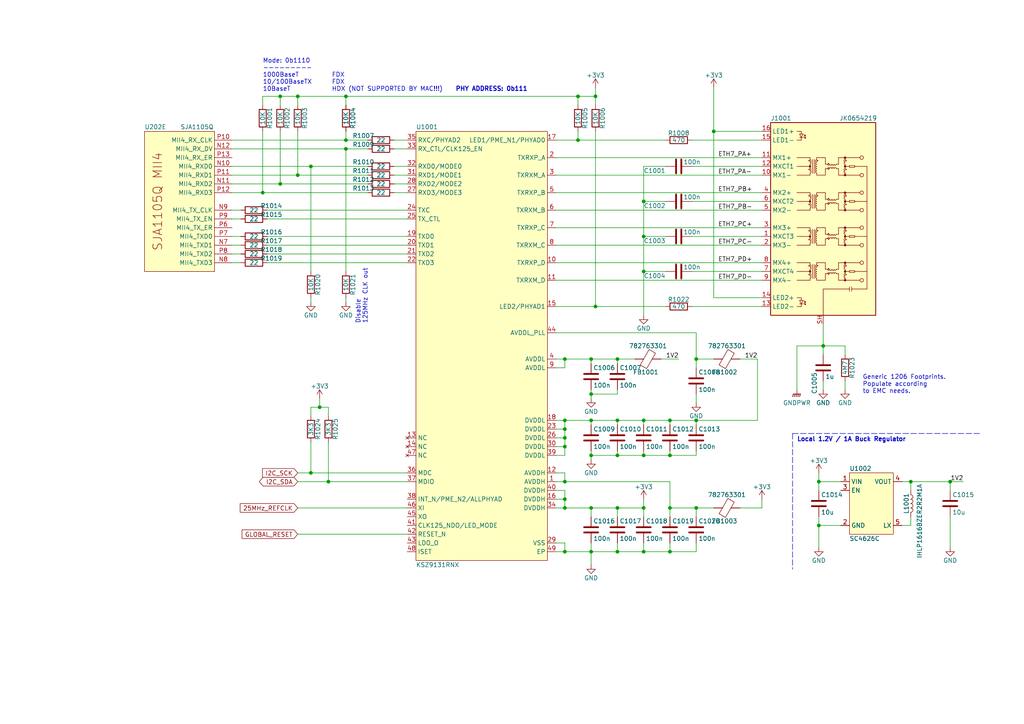
<source format=kicad_sch>
(kicad_sch (version 20211123) (generator eeschema)
  (paper "A4")
  (title_block (title "Open Hardware 10Base-T1L Switch") (date "2023-04-07") (rev "REV A") (company "Peter Heinrich") (comment 1 "Open Hardware License CERN-OHL-P v2") (comment 2 "https://github.com/peterheinrich/Open_10Base-T1L_Switch"))
  (lib_symbols
    (symbol "Connector:JK0654219"
      (property "Reference" "J" (at -15.24 29.21 0))
      (property "Value" "JK0654219" (at 10.16 29.21 0))
      (symbol "JK0654219_1_1"
        (pin passive line (at -17.78 -5.08 0) (length 2.54) (name "MXCT3") (number "1"))
        (pin passive line (at -17.78 12.7 0) (length 2.54) (name "MX1-") (number "10"))
        (pin passive line (at -17.78 17.78 0) (length 2.54) (name "MX1+") (number "11"))
        (pin passive line (at -17.78 15.24 0) (length 2.54) (name "MXCT1") (number "12"))
        (pin passive line (at -17.78 -25.4 0) (length 2.54) (name "LED2-") (number "13"))
        (pin passive line (at -17.78 -22.86 0) (length 2.54) (name "LED2+") (number "14"))
        (pin passive line (at -17.78 22.86 0) (length 2.54) (name "LED1-") (number "15"))
        (pin passive line (at -17.78 25.4 0) (length 2.54) (name "LED1+") (number "16"))
        (pin passive line (at -17.78 -7.62 0) (length 2.54) (name "MX3-") (number "2"))
        (pin passive line (at -17.78 -2.54 0) (length 2.54) (name "MX3+") (number "3"))
        (pin passive line (at -17.78 7.62 0) (length 2.54) (name "MX2+") (number "4"))
        (pin passive line (at -17.78 2.54 0) (length 2.54) (name "MX2-") (number "5"))
        (pin passive line (at -17.78 5.08 0) (length 2.54) (name "MXCT2") (number "6"))
        (pin passive line (at -17.78 -15.24 0) (length 2.54) (name "MXCT4") (number "7"))
        (pin passive line (at -17.78 -12.7 0) (length 2.54) (name "MX4+") (number "8"))
        (pin passive line (at -17.78 -17.78 0) (length 2.54) (name "MX4-") (number "9"))
        (pin passive line (at 0 -30.48 90) (length 2.54) (name "~") (number "SH"))
      )
    )
    (symbol "Device:C" (pin_numbers hide) (pin_names (offset 0.254))
      (property "Reference" "C" (at 0.635 2.54 0))
      (property "Value" "C" (at 0.635 -2.54 0))
      (symbol "C_1_1"
        (pin passive line (at 0 3.81 270) (length 2.794) (name "~") (number "1"))
        (pin passive line (at 0 -3.81 90) (length 2.794) (name "~") (number "2"))
      )
    )
    (symbol "Device:FerriteBead" (pin_numbers hide) (pin_names (offset 0))
      (property "Reference" "FB" (at -3.81 0.635 90))
      (property "Value" "FerriteBead" (at 3.81 0 90))
      (symbol "FerriteBead_1_1"
        (pin passive line (at 0 3.81 270) (length 2.54) (name "~") (number "1"))
        (pin passive line (at 0 -3.81 90) (length 2.54) (name "~") (number "2"))
      )
    )
    (symbol "Device:L" (pin_numbers hide) (pin_names (offset 1.016) hide)
      (property "Reference" "L" (at -1.27 0 90))
      (property "Value" "L" (at 1.905 0 90))
      (symbol "L_1_1"
        (pin passive line (at 0 3.81 270) (length 1.27) (name "1") (number "1"))
        (pin passive line (at 0 -3.81 90) (length 1.27) (name "2") (number "2"))
      )
    )
    (symbol "Device:R" (pin_numbers hide) (pin_names (offset 0))
      (property "Reference" "R" (at 2.032 0 90))
      (property "Value" "R" (at 0 0 90))
      (symbol "R_1_1"
        (pin passive line (at 0 3.81 270) (length 1.27) (name "~") (number "1"))
        (pin passive line (at 0 -3.81 90) (length 1.27) (name "~") (number "2"))
      )
    )
    (symbol "KSZ9131RNX:KSZ9131RNX"
      (property "Reference" "U" (at 0 1.27 0))
      (property "Value" "KSZ9131RNX" (at 0 -125.73 0))
      (symbol "KSZ9131RNX_1_1"
        (pin power_in line (at 40.64 -101.6 180) (length 2.54) (name "AVDDH") (number "1"))
        (pin bidirectional line (at 40.64 -38.1 180) (length 2.54) (name "TXRXP_D") (number "10"))
        (pin bidirectional line (at 40.64 -43.18 180) (length 2.54) (name "TXRXM_D") (number "11"))
        (pin power_in line (at 40.64 -99.06 180) (length 2.54) (name "AVDDH") (number "12"))
        (pin no_connect line (at -2.54 -88.9 0) (length 2.54) (name "NC") (number "13"))
        (pin no_connect line (at -2.54 -91.44 0) (length 2.54) (name "NC") (number "14"))
        (pin output line (at 40.64 -50.8 180) (length 2.54) (name "LED2/PHYAD1") (number "15"))
        (pin power_in line (at 40.64 -106.68 180) (length 2.54) (name "DVDDH") (number "16"))
        (pin output line (at 40.64 -2.54 180) (length 2.54) (name "LED1/PME_N1/PHYAD0") (number "17"))
        (pin power_in line (at 40.64 -83.82 180) (length 2.54) (name "DVDDL") (number "18"))
        (pin input line (at -2.54 -30.48 0) (length 2.54) (name "TXD0") (number "19"))
        (pin bidirectional line (at 40.64 -7.62 180) (length 2.54) (name "TXRXP_A") (number "2"))
        (pin input line (at -2.54 -33.02 0) (length 2.54) (name "TXD1") (number "20"))
        (pin input line (at -2.54 -35.56 0) (length 2.54) (name "TXD2") (number "21"))
        (pin input line (at -2.54 -38.1 0) (length 2.54) (name "TXD3") (number "22"))
        (pin power_in line (at 40.64 -86.36 180) (length 2.54) (name "DVDDL") (number "23"))
        (pin input line (at -2.54 -22.86 0) (length 2.54) (name "TXC") (number "24"))
        (pin input line (at -2.54 -25.4 0) (length 2.54) (name "TX_CTL") (number "25"))
        (pin power_in line (at 40.64 -88.9 180) (length 2.54) (name "DVDDL") (number "26"))
        (pin output line (at -2.54 -17.78 0) (length 2.54) (name "RXD3/MODE3") (number "27"))
        (pin output line (at -2.54 -15.24 0) (length 2.54) (name "RXD2/MODE2") (number "28"))
        (pin power_in line (at 40.64 -119.38 180) (length 2.54) (name "VSS") (number "29"))
        (pin bidirectional line (at 40.64 -12.7 180) (length 2.54) (name "TXRXM_A") (number "3"))
        (pin power_in line (at 40.64 -91.44 180) (length 2.54) (name "DVDDL") (number "30"))
        (pin output line (at -2.54 -12.7 0) (length 2.54) (name "RXD1/MODE1") (number "31"))
        (pin output line (at -2.54 -10.16 0) (length 2.54) (name "RXD0/MODE0") (number "32"))
        (pin output line (at -2.54 -5.08 0) (length 2.54) (name "RX_CTL/CLK125_EN") (number "33"))
        (pin power_in line (at 40.64 -109.22 180) (length 2.54) (name "DVDDH") (number "34"))
        (pin output line (at -2.54 -2.54 0) (length 2.54) (name "RXC/PHYAD2") (number "35"))
        (pin input line (at -2.54 -99.06 0) (length 2.54) (name "MDC") (number "36"))
        (pin bidirectional line (at -2.54 -101.6 0) (length 2.54) (name "MDIO") (number "37"))
        (pin output line (at -2.54 -106.68 0) (length 2.54) (name "INT_N/PME_N2/ALLPHYAD") (number "38"))
        (pin power_in line (at 40.64 -93.98 180) (length 2.54) (name "DVDDL") (number "39"))
        (pin power_in line (at 40.64 -66.04 180) (length 2.54) (name "AVDDL") (number "4"))
        (pin power_in line (at 40.64 -104.14 180) (length 2.54) (name "DVDDH") (number "40"))
        (pin output line (at -2.54 -114.3 0) (length 2.54) (name "CLK125_NDO/LED_MODE") (number "41"))
        (pin input line (at -2.54 -116.84 0) (length 2.54) (name "RESET_N") (number "42"))
        (pin output line (at -2.54 -119.38 0) (length 2.54) (name "LDO_O") (number "43"))
        (pin power_in line (at 40.64 -58.42 180) (length 2.54) (name "AVDDL_PLL") (number "44"))
        (pin output line (at -2.54 -111.76 0) (length 2.54) (name "XO") (number "45"))
        (pin input line (at -2.54 -109.22 0) (length 2.54) (name "XI") (number "46"))
        (pin no_connect line (at -2.54 -93.98 0) (length 2.54) (name "NC") (number "47"))
        (pin input line (at -2.54 -121.92 0) (length 2.54) (name "ISET") (number "48"))
        (pin power_in line (at 40.64 -121.92 180) (length 2.54) (name "EP") (number "49"))
        (pin bidirectional line (at 40.64 -17.78 180) (length 2.54) (name "TXRXP_B") (number "5"))
        (pin bidirectional line (at 40.64 -22.86 180) (length 2.54) (name "TXRXM_B") (number "6"))
        (pin bidirectional line (at 40.64 -27.94 180) (length 2.54) (name "TXRXP_C") (number "7"))
        (pin bidirectional line (at 40.64 -33.02 180) (length 2.54) (name "TXRXM_C") (number "8"))
        (pin power_in line (at 40.64 -68.58 180) (length 2.54) (name "AVDDL") (number "9"))
      )
    )
    (symbol "SC4626C:SC4626C"
      (property "Reference" "U" (at 0 1.27 0))
      (property "Value" "SC4626C" (at 0 -19.05 0))
      (symbol "SC4626C_1_1"
        (pin power_in line (at -2.54 -2.54 0) (length 2.54) (name "VIN") (number "1"))
        (pin power_in line (at -2.54 -15.24 0) (length 2.54) (name "GND") (number "2"))
        (pin input line (at -2.54 -5.08 0) (length 2.54) (name "EN") (number "3"))
        (pin output line (at 15.24 -2.54 180) (length 2.54) (name "VOUT") (number "4"))
        (pin output line (at 15.24 -15.24 180) (length 2.54) (name "LX") (number "5"))
      )
    )
    (symbol "SJA1105Q:SJA1105Q"
      (property "Reference" "U" (at 0 1.27 0))
      (property "Value" "SJA1105Q" (at 15.24 1.27 0))
      (symbol "SJA1105Q_1_1"
        (text "SJA1105Q MII0" (at 3.81 -20.32 900) (effects (font (size 2.54 2.54))))
        (pin output line (at 25.4 -30.48 180) (length 5.08) (name "MII0_TXD0") (number "A2"))
        (pin output line (at 25.4 -27.94 180) (length 5.08) (name "MII0_TX_ER") (number "A3"))
        (pin output line (at 25.4 -33.02 180) (length 5.08) (name "MII0_TXD1") (number "B1"))
        (pin output line (at 25.4 -38.1 180) (length 5.08) (name "MII0_TXD3") (number "C1"))
        (pin output line (at 25.4 -35.56 180) (length 5.08) (name "MII0_TXD2") (number "C2"))
        (pin bidirectional line (at 25.4 -22.86 180) (length 5.08) (name "MII0_TX_CLK") (number "D1"))
        (pin output line (at 25.4 -25.4 180) (length 5.08) (name "MII0_TX_EN") (number "D2"))
        (pin input line (at 25.4 -10.16 180) (length 5.08) (name "MII0_RXD0") (number "E1"))
        (pin bidirectional line (at 25.4 -2.54 180) (length 5.08) (name "MII0_RX_CLK") (number "E2"))
        (pin input line (at 25.4 -15.24 180) (length 5.08) (name "MII0_RXD2") (number "F1"))
        (pin input line (at 25.4 -12.7 180) (length 5.08) (name "MII0_RXD1") (number "F2"))
        (pin input line (at 25.4 -5.08 180) (length 5.08) (name "MII0_RX_DV") (number "G1"))
        (pin input line (at 25.4 -17.78 180) (length 5.08) (name "MII0_RXD3") (number "G2"))
        (pin input line (at 25.4 -7.62 180) (length 5.08) (name "MII0_RX_ER") (number "H2"))
      )
      (symbol "SJA1105Q_2_1"
        (text "SJA1105Q MII1" (at 3.81 -20.32 900) (effects (font (size 2.54 2.54))))
        (pin output line (at 25.4 -27.94 180) (length 5.08) (name "MII1_TX_ER") (number "A10"))
        (pin input line (at 25.4 -5.08 180) (length 5.08) (name "MII1_RX_DV") (number "A4"))
        (pin input line (at 25.4 -15.24 180) (length 5.08) (name "MII1_RXD2") (number "A5"))
        (pin input line (at 25.4 -10.16 180) (length 5.08) (name "MII1_RXD0") (number "A6"))
        (pin bidirectional line (at 25.4 -22.86 180) (length 5.08) (name "MII1_TX_CLK") (number "A7"))
        (pin output line (at 25.4 -38.1 180) (length 5.08) (name "MII1_TXD3") (number "A8"))
        (pin output line (at 25.4 -33.02 180) (length 5.08) (name "MII1_TXD1") (number "A9"))
        (pin input line (at 25.4 -7.62 180) (length 5.08) (name "MII1_RX_ER") (number "B3"))
        (pin input line (at 25.4 -17.78 180) (length 5.08) (name "MII1_RXD3") (number "B4"))
        (pin input line (at 25.4 -12.7 180) (length 5.08) (name "MII1_RXD1") (number "B5"))
        (pin bidirectional line (at 25.4 -2.54 180) (length 5.08) (name "MII1_RX_CLK") (number "B6"))
        (pin output line (at 25.4 -25.4 180) (length 5.08) (name "MII1_TX_EN") (number "B7"))
        (pin output line (at 25.4 -35.56 180) (length 5.08) (name "MII1_TXD2") (number "B8"))
        (pin output line (at 25.4 -30.48 180) (length 5.08) (name "MII1_TXD0") (number "B9"))
      )
      (symbol "SJA1105Q_3_1"
        (text "SJA1105Q MII2" (at 3.81 -20.32 900) (effects (font (size 2.54 2.54))))
        (pin input line (at 25.4 -5.08 180) (length 5.08) (name "MII2_RX_DV") (number "A11"))
        (pin input line (at 25.4 -15.24 180) (length 5.08) (name "MII2_RXD2") (number "A12"))
        (pin input line (at 25.4 -10.16 180) (length 5.08) (name "MII2_RXD0") (number "A13"))
        (pin input line (at 25.4 -7.62 180) (length 5.08) (name "MII2_RX_ER") (number "B10"))
        (pin input line (at 25.4 -17.78 180) (length 5.08) (name "MII2_RXD3") (number "B11"))
        (pin input line (at 25.4 -12.7 180) (length 5.08) (name "MII2_RXD1") (number "B12"))
        (pin bidirectional line (at 25.4 -2.54 180) (length 5.08) (name "MII2_RX_CLK") (number "B14"))
        (pin output line (at 25.4 -25.4 180) (length 5.08) (name "MII2_TX_EN") (number "C13"))
        (pin bidirectional line (at 25.4 -22.86 180) (length 5.08) (name "MII2_TX_CLK") (number "C14"))
        (pin output line (at 25.4 -35.56 180) (length 5.08) (name "MII2_TXD2") (number "D13"))
        (pin output line (at 25.4 -38.1 180) (length 5.08) (name "MII2_TXD3") (number "D14"))
        (pin output line (at 25.4 -30.48 180) (length 5.08) (name "MII2_TXD0") (number "E13"))
        (pin output line (at 25.4 -33.02 180) (length 5.08) (name "MII2_TXD1") (number "E14"))
        (pin output line (at 25.4 -27.94 180) (length 5.08) (name "MII2_TX_ER") (number "F14"))
      )
      (symbol "SJA1105Q_4_1"
        (text "SJA1105Q MII3" (at 3.81 -20.32 900) (effects (font (size 2.54 2.54))))
        (pin input line (at 25.4 -7.62 180) (length 5.08) (name "MII3_RX_ER") (number "F13"))
        (pin input line (at 25.4 -17.78 180) (length 5.08) (name "MII3_RXD3") (number "G13"))
        (pin input line (at 25.4 -5.08 180) (length 5.08) (name "MII3_RX_DV") (number "G14"))
        (pin input line (at 25.4 -12.7 180) (length 5.08) (name "MII3_RXD1") (number "H13"))
        (pin input line (at 25.4 -15.24 180) (length 5.08) (name "MII3_RXD2") (number "H14"))
        (pin bidirectional line (at 25.4 -2.54 180) (length 5.08) (name "MII3_RX_CLK") (number "J13"))
        (pin input line (at 25.4 -10.16 180) (length 5.08) (name "MII3_RXD0") (number "J14"))
        (pin output line (at 25.4 -25.4 180) (length 5.08) (name "MII3_TX_EN") (number "K13"))
        (pin bidirectional line (at 25.4 -22.86 180) (length 5.08) (name "MII3_TX_CLK") (number "K14"))
        (pin output line (at 25.4 -35.56 180) (length 5.08) (name "MII3_TXD2") (number "L13"))
        (pin output line (at 25.4 -38.1 180) (length 5.08) (name "MII3_TXD3") (number "L14"))
        (pin output line (at 25.4 -30.48 180) (length 5.08) (name "MII3_TXD0") (number "M13"))
        (pin output line (at 25.4 -33.02 180) (length 5.08) (name "MII3_TXD1") (number "M14"))
        (pin output line (at 25.4 -27.94 180) (length 5.08) (name "MII3_TX_ER") (number "N14"))
      )
      (symbol "SJA1105Q_5_1"
        (text "SJA1105Q MII4" (at 3.81 -20.32 900) (effects (font (size 2.54 2.54))))
        (pin input line (at 25.4 -10.16 180) (length 5.08) (name "MII4_RXD0") (number "N10"))
        (pin input line (at 25.4 -15.24 180) (length 5.08) (name "MII4_RXD2") (number "N11"))
        (pin input line (at 25.4 -5.08 180) (length 5.08) (name "MII4_RX_DV") (number "N12"))
        (pin output line (at 25.4 -33.02 180) (length 5.08) (name "MII4_TXD1") (number "N7"))
        (pin output line (at 25.4 -38.1 180) (length 5.08) (name "MII4_TXD3") (number "N8"))
        (pin bidirectional line (at 25.4 -22.86 180) (length 5.08) (name "MII4_TX_CLK") (number "N9"))
        (pin bidirectional line (at 25.4 -2.54 180) (length 5.08) (name "MII4_RX_CLK") (number "P10"))
        (pin input line (at 25.4 -12.7 180) (length 5.08) (name "MII4_RXD1") (number "P11"))
        (pin input line (at 25.4 -17.78 180) (length 5.08) (name "MII4_RXD3") (number "P12"))
        (pin input line (at 25.4 -7.62 180) (length 5.08) (name "MII4_RX_ER") (number "P13"))
        (pin output line (at 25.4 -27.94 180) (length 5.08) (name "MII4_TX_ER") (number "P6"))
        (pin output line (at 25.4 -30.48 180) (length 5.08) (name "MII4_TXD0") (number "P7"))
        (pin output line (at 25.4 -35.56 180) (length 5.08) (name "MII4_TXD2") (number "P8"))
        (pin output line (at 25.4 -25.4 180) (length 5.08) (name "MII4_TX_EN") (number "P9"))
      )
      (symbol "SJA1105Q_6_1"
        (text "SJA1105Q CLK" (at 15.24 -17.78 900) (effects (font (size 2.54 2.54))))
        (pin output line (at -5.08 -2.54 0) (length 5.08) (name "CLK_OUT") (number "H1"))
        (pin input line (at -5.08 -20.32 0) (length 5.08) (name "OSC_IN") (number "K2"))
        (pin output line (at -5.08 -7.62 0) (length 5.08) (name "OSC_OUT") (number "L1"))
        (pin power_in line (at 33.02 -17.78 180) (length 5.08) (name "i.c.") (number "L4"))
        (pin input line (at 33.02 -2.54 180) (length 5.08) (name "TRST_N") (number "M1"))
        (pin input line (at 33.02 -10.16 180) (length 5.08) (name "TDI") (number "M2"))
        (pin input line (at 33.02 -12.7 180) (length 5.08) (name "TCK") (number "N1"))
        (pin output line (at 33.02 -7.62 180) (length 5.08) (name "TDO") (number "N3"))
        (pin bidirectional line (at -5.08 -33.02 0) (length 5.08) (name "PTP_CLK") (number "N4"))
        (pin input line (at 33.02 -25.4 180) (length 5.08) (name "SDI") (number "N5"))
        (pin input line (at 33.02 -30.48 180) (length 5.08) (name "SS_N") (number "N6"))
        (pin input line (at 33.02 -5.08 180) (length 5.08) (name "TMS") (number "P2"))
        (pin input line (at 33.02 -33.02 180) (length 5.08) (name "RST_N") (number "P3"))
        (pin output line (at 33.02 -27.94 180) (length 5.08) (name "SDO") (number "P4"))
        (pin input line (at 33.02 -22.86 180) (length 5.08) (name "SCK") (number "P5"))
      )
      (symbol "SJA1105Q_7_1"
        (text "SJA1105Q Power" (at 12.7 -48.26 900) (effects (font (size 2.54 2.54))))
        (pin power_in line (at -5.08 -2.54 0) (length 5.08) (name "VSS") (number "A1"))
        (pin power_in line (at 33.02 -88.9 180) (length 5.08) (name "VSS") (number "A14"))
        (pin power_in line (at 33.02 -83.82 180) (length 5.08) (name "VSS") (number "B13"))
        (pin power_in line (at 33.02 -48.26 180) (length 5.08) (name "VDDIO_MII2") (number "D10"))
        (pin power_in line (at 33.02 -50.8 180) (length 5.08) (name "VDDIO_MII2") (number "D11"))
        (pin power_in line (at 33.02 -33.02 180) (length 5.08) (name "VDDIO_MII0") (number "D4"))
        (pin power_in line (at 33.02 -40.64 180) (length 5.08) (name "VDDIO_MII1") (number "D5"))
        (pin power_in line (at 33.02 -7.62 180) (length 5.08) (name "VDD_CORE") (number "D6"))
        (pin power_in line (at 33.02 -43.18 180) (length 5.08) (name "VDDIO_MII1") (number "D7"))
        (pin power_in line (at 33.02 -45.72 180) (length 5.08) (name "VDDIO_MII1") (number "D8"))
        (pin power_in line (at 33.02 -12.7 180) (length 5.08) (name "VDD_CORE") (number "D9"))
        (pin power_in line (at -5.08 -91.44 0) (length 5.08) (name "VSS") (number "E10"))
        (pin power_in line (at 33.02 -53.34 180) (length 5.08) (name "VDDIO_MII2") (number "E11"))
        (pin power_in line (at 33.02 -35.56 180) (length 5.08) (name "VDDIO_MII0") (number "E4"))
        (pin power_in line (at -5.08 -12.7 0) (length 5.08) (name "VSS") (number "E5"))
        (pin power_in line (at -5.08 -27.94 0) (length 5.08) (name "VSS") (number "E6"))
        (pin power_in line (at -5.08 -43.18 0) (length 5.08) (name "VSS") (number "E7"))
        (pin power_in line (at -5.08 -60.96 0) (length 5.08) (name "VSS") (number "E8"))
        (pin power_in line (at -5.08 -76.2 0) (length 5.08) (name "VSS") (number "E9"))
        (pin power_in line (at -5.08 -93.98 0) (length 5.08) (name "VSS") (number "F10"))
        (pin power_in line (at 33.02 -17.78 180) (length 5.08) (name "VDD_CORE") (number "F11"))
        (pin power_in line (at 33.02 -2.54 180) (length 5.08) (name "VDD_CORE") (number "F4"))
        (pin power_in line (at -5.08 -15.24 0) (length 5.08) (name "VSS") (number "F5"))
        (pin power_in line (at -5.08 -30.48 0) (length 5.08) (name "VSS") (number "F6"))
        (pin power_in line (at -5.08 -45.72 0) (length 5.08) (name "VSS") (number "F7"))
        (pin power_in line (at -5.08 -63.5 0) (length 5.08) (name "VSS") (number "F8"))
        (pin power_in line (at -5.08 -78.74 0) (length 5.08) (name "VSS") (number "F9"))
        (pin power_in line (at -5.08 -96.52 0) (length 5.08) (name "VSS") (number "G10"))
        (pin power_in line (at 33.02 -55.88 180) (length 5.08) (name "VDDIO_MII3") (number "G11"))
        (pin power_in line (at 33.02 -38.1 180) (length 5.08) (name "VDDIO_MII0") (number "G4"))
        (pin power_in line (at -5.08 -17.78 0) (length 5.08) (name "VSS") (number "G5"))
        (pin power_in line (at -5.08 -33.02 0) (length 5.08) (name "VSS") (number "G6"))
        (pin power_in line (at -5.08 -48.26 0) (length 5.08) (name "VSS") (number "G7"))
        (pin power_in line (at -5.08 -66.04 0) (length 5.08) (name "VSS") (number "G8"))
        (pin power_in line (at -5.08 -81.28 0) (length 5.08) (name "VSS") (number "G9"))
        (pin power_in line (at 33.02 -76.2 180) (length 5.08) (name "VSS") (number "H10"))
        (pin power_in line (at 33.02 -58.42 180) (length 5.08) (name "VDDIO_MII3") (number "H11"))
        (pin power_in line (at 33.02 -27.94 180) (length 5.08) (name "VDDIO_CLO") (number "H4"))
        (pin power_in line (at -5.08 -20.32 0) (length 5.08) (name "VSS") (number "H5"))
        (pin power_in line (at -5.08 -35.56 0) (length 5.08) (name "VSS") (number "H6"))
        (pin power_in line (at -5.08 -50.8 0) (length 5.08) (name "VSS") (number "H7"))
        (pin power_in line (at -5.08 -68.58 0) (length 5.08) (name "VSS") (number "H8"))
        (pin power_in line (at -5.08 -83.82 0) (length 5.08) (name "VSS") (number "H9"))
        (pin power_in line (at 33.02 -25.4 180) (length 5.08) (name "VDDA_PLL") (number "J1"))
        (pin power_in line (at 33.02 -78.74 180) (length 5.08) (name "VSS") (number "J10"))
        (pin power_in line (at 33.02 -20.32 180) (length 5.08) (name "VDD_CORE") (number "J11"))
        (pin power_in line (at 33.02 -96.52 180) (length 5.08) (name "VSSA_PLL") (number "J2"))
        (pin power_in line (at 33.02 -5.08 180) (length 5.08) (name "VDD_CORE") (number "J4"))
        (pin power_in line (at -5.08 -22.86 0) (length 5.08) (name "VSS") (number "J5"))
        (pin power_in line (at -5.08 -38.1 0) (length 5.08) (name "VSS") (number "J6"))
        (pin power_in line (at -5.08 -53.34 0) (length 5.08) (name "VSS") (number "J7"))
        (pin power_in line (at -5.08 -71.12 0) (length 5.08) (name "VSS") (number "J8"))
        (pin power_in line (at -5.08 -86.36 0) (length 5.08) (name "VSS") (number "J9"))
        (pin power_in line (at 33.02 -22.86 180) (length 5.08) (name "VDDA_OSC") (number "K1"))
        (pin power_in line (at 33.02 -81.28 180) (length 5.08) (name "VSS") (number "K10"))
        (pin power_in line (at 33.02 -60.96 180) (length 5.08) (name "VDDIO_MII3") (number "K11"))
        (pin power_in line (at -5.08 -10.16 0) (length 5.08) (name "VSS") (number "K4"))
        (pin power_in line (at -5.08 -25.4 0) (length 5.08) (name "VSS") (number "K5"))
        (pin power_in line (at -5.08 -40.64 0) (length 5.08) (name "VSS") (number "K6"))
        (pin power_in line (at -5.08 -55.88 0) (length 5.08) (name "VSS") (number "K7"))
        (pin power_in line (at -5.08 -73.66 0) (length 5.08) (name "VSS") (number "K8"))
        (pin power_in line (at -5.08 -88.9 0) (length 5.08) (name "VSS") (number "K9"))
        (pin power_in line (at 33.02 -66.04 180) (length 5.08) (name "VDDIO_MII4") (number "L10"))
        (pin power_in line (at 33.02 -68.58 180) (length 5.08) (name "VDDIO_MII4") (number "L11"))
        (pin power_in line (at 33.02 -93.98 180) (length 5.08) (name "VSSA_OSC") (number "L2"))
        (pin power_in line (at 33.02 -30.48 180) (length 5.08) (name "VDDIO_HOST") (number "L5"))
        (pin power_in line (at 33.02 -10.16 180) (length 5.08) (name "VDD_CORE") (number "L6"))
        (pin power_in line (at -5.08 -58.42 0) (length 5.08) (name "VSS") (number "L7"))
        (pin power_in line (at 33.02 -63.5 180) (length 5.08) (name "VDDIO_MII4") (number "L8"))
        (pin power_in line (at 33.02 -15.24 180) (length 5.08) (name "VDD_CORE") (number "L9"))
        (pin power_in line (at 33.02 -86.36 180) (length 5.08) (name "VSS") (number "N13"))
        (pin power_in line (at -5.08 -7.62 0) (length 5.08) (name "VSS") (number "N2"))
        (pin power_in line (at -5.08 -5.08 0) (length 5.08) (name "VSS") (number "P1"))
        (pin power_in line (at 33.02 -91.44 180) (length 5.08) (name "VSS") (number "P14"))
      )
    )
    (symbol "power:+3V3" (power) (pin_names (offset 0))
      (property "Value" "+3V3" (at 0 3.556 0))
      (symbol "+3V3_1_1"
        (pin power_in line (at 0 0 90) (length 0) hide (name "+3V3") (number "1"))
      )
    )
    (symbol "power:GND" (power) (pin_names (offset 0))
      (property "Value" "GND" (at 0 -3.81 0))
      (symbol "GND_1_1"
        (pin power_in line (at 0 0 270) (length 0) hide (name "GND") (number "1"))
      )
    )
    (symbol "power:GNDPWR" (power) (pin_names (offset 0))
      (property "Value" "GNDPWR" (at 0 -3.302 0))
      (symbol "GNDPWR_1_1"
        (pin power_in line (at 0 0 270) (length 0) hide (name "GNDPWR") (number "1"))
      )
    )
  )
  (junction (at 171.45 114.3))
  (junction (at 86.36 27.94))
  (junction (at 186.69 121.92))
  (junction (at 171.45 132.08))
  (junction (at 238.76 100.33))
  (junction (at 171.45 160.02))
  (junction (at 90.17 48.26))
  (junction (at 163.83 139.7))
  (junction (at 179.07 132.08))
  (junction (at 172.72 88.9))
  (junction (at 186.69 58.42))
  (junction (at 194.31 132.08))
  (junction (at 186.69 132.08))
  (junction (at 171.45 104.14))
  (junction (at 194.31 160.02))
  (junction (at 81.28 53.34))
  (junction (at 100.33 43.18))
  (junction (at 163.83 129.54))
  (junction (at 194.31 147.32))
  (junction (at 100.33 40.64))
  (junction (at 186.69 68.58))
  (junction (at 207.01 38.1))
  (junction (at 163.83 127))
  (junction (at 237.49 139.7))
  (junction (at 264.16 139.7))
  (junction (at 171.45 147.32))
  (junction (at 92.71 118.11))
  (junction (at 81.28 27.94))
  (junction (at 275.59 139.7))
  (junction (at 163.83 121.92))
  (junction (at 95.25 139.7))
  (junction (at 90.17 137.16))
  (junction (at 179.07 160.02))
  (junction (at 86.36 50.8))
  (junction (at 194.31 121.92))
  (junction (at 201.93 147.32))
  (junction (at 163.83 104.14))
  (junction (at 76.2 55.88))
  (junction (at 186.69 78.74))
  (junction (at 179.07 147.32))
  (junction (at 172.72 27.94))
  (junction (at 163.83 147.32))
  (junction (at 167.64 27.94))
  (junction (at 201.93 121.92))
  (junction (at 237.49 152.4))
  (junction (at 186.69 160.02))
  (junction (at 179.07 104.14))
  (junction (at 163.83 124.46))
  (junction (at 186.69 147.32))
  (junction (at 167.64 40.64))
  (junction (at 201.93 104.14))
  (junction (at 100.33 27.94))
  (junction (at 171.45 121.92))
  (junction (at 163.83 144.78))
  (junction (at 163.83 160.02))
  (junction (at 179.07 121.92))
  (wire (pts (xy 220.98 86.36) (xy 207.01 86.36)))
  (wire (pts (xy 95.25 139.7) (xy 118.11 139.7)))
  (wire (pts (xy 220.98 71.12) (xy 161.29 71.12)))
  (wire (pts (xy 200.66 58.42) (xy 220.98 58.42)))
  (wire (pts (xy 163.83 144.78) (xy 163.83 147.32)))
  (wire (pts (xy 114.3 50.8) (xy 118.11 50.8)))
  (wire (pts (xy 171.45 160.02) (xy 171.45 157.48)))
  (wire (pts (xy 194.31 139.7) (xy 194.31 147.32)))
  (wire (pts (xy 194.31 160.02) (xy 194.31 157.48)))
  (wire (pts (xy 114.3 40.64) (xy 118.11 40.64)))
  (wire (pts (xy 245.11 100.33) (xy 238.76 100.33)))
  (wire (pts (xy 69.85 73.66) (xy 67.31 73.66)))
  (wire (pts (xy 186.69 132.08) (xy 194.31 132.08)))
  (wire (pts (xy 90.17 137.16) (xy 118.11 137.16)))
  (wire (pts (xy 171.45 105.41) (xy 171.45 104.14)))
  (wire (pts (xy 207.01 25.4) (xy 207.01 38.1)))
  (wire (pts (xy 200.66 48.26) (xy 220.98 48.26)))
  (wire (pts (xy 163.83 142.24) (xy 163.83 144.78)))
  (wire (pts (xy 163.83 129.54) (xy 163.83 132.08)))
  (wire (pts (xy 237.49 137.16) (xy 237.49 139.7)))
  (wire (pts (xy 95.25 128.27) (xy 95.25 139.7)))
  (wire (pts (xy 161.29 96.52) (xy 201.93 96.52)))
  (wire (pts (xy 100.33 27.94) (xy 167.64 27.94)))
  (wire (pts (xy 167.64 38.1) (xy 167.64 40.64)))
  (wire (pts (xy 77.47 76.2) (xy 118.11 76.2)))
  (wire (pts (xy 238.76 93.98) (xy 238.76 100.33)))
  (wire (pts (xy 186.69 121.92) (xy 194.31 121.92)))
  (wire (pts (xy 90.17 48.26) (xy 106.68 48.26)))
  (wire (pts (xy 201.93 147.32) (xy 201.93 149.86)))
  (wire (pts (xy 171.45 114.3) (xy 179.07 114.3)))
  (wire (pts (xy 179.07 147.32) (xy 179.07 149.86)))
  (wire (pts (xy 264.16 152.4) (xy 264.16 149.86)))
  (wire (pts (xy 167.64 27.94) (xy 172.72 27.94)))
  (wire (pts (xy 161.29 137.16) (xy 163.83 137.16)))
  (wire (pts (xy 76.2 55.88) (xy 106.68 55.88)))
  (wire (pts (xy 200.66 40.64) (xy 220.98 40.64)))
  (wire (pts (xy 194.31 132.08) (xy 201.93 132.08)))
  (wire (pts (xy 220.98 50.8) (xy 161.29 50.8)))
  (wire (pts (xy 193.04 48.26) (xy 186.69 48.26)))
  (wire (pts (xy 114.3 43.18) (xy 118.11 43.18)))
  (wire (pts (xy 167.64 40.64) (xy 193.04 40.64)))
  (wire (pts (xy 161.29 160.02) (xy 163.83 160.02)))
  (wire (pts (xy 171.45 104.14) (xy 179.07 104.14)))
  (wire (pts (xy 163.83 157.48) (xy 163.83 160.02)))
  (wire (pts (xy 237.49 149.86) (xy 237.49 152.4)))
  (wire (pts (xy 90.17 86.36) (xy 90.17 87.63)))
  (wire (pts (xy 179.07 160.02) (xy 186.69 160.02)))
  (wire (pts (xy 171.45 113.03) (xy 171.45 114.3)))
  (wire (pts (xy 81.28 27.94) (xy 86.36 27.94)))
  (wire (pts (xy 163.83 132.08) (xy 161.29 132.08)))
  (wire (pts (xy 114.3 53.34) (xy 118.11 53.34)))
  (wire (pts (xy 245.11 100.33) (xy 245.11 102.87)))
  (wire (pts (xy 179.07 121.92) (xy 179.07 123.19)))
  (wire (pts (xy 201.93 121.92) (xy 219.71 121.92)))
  (wire (pts (xy 201.93 160.02) (xy 201.93 157.48)))
  (wire (pts (xy 167.64 27.94) (xy 167.64 30.48)))
  (wire (pts (xy 231.14 100.33) (xy 238.76 100.33)))
  (wire (pts (xy 92.71 115.57) (xy 92.71 118.11)))
  (wire (pts (xy 161.29 129.54) (xy 163.83 129.54)))
  (wire (pts (xy 171.45 132.08) (xy 179.07 132.08)))
  (wire (pts (xy 163.83 121.92) (xy 163.83 124.46)))
  (wire (pts (xy 220.98 76.2) (xy 161.29 76.2)))
  (wire (pts (xy 90.17 128.27) (xy 90.17 137.16)))
  (wire (pts (xy 186.69 68.58) (xy 193.04 68.58)))
  (wire (pts (xy 238.76 110.49) (xy 238.76 113.03)))
  (wire (pts (xy 100.33 43.18) (xy 100.33 78.74)))
  (wire (pts (xy 264.16 139.7) (xy 261.62 139.7)))
  (wire (pts (xy 161.29 147.32) (xy 163.83 147.32)))
  (wire (pts (xy 163.83 137.16) (xy 163.83 139.7)))
  (wire (pts (xy 69.85 68.58) (xy 67.31 68.58)))
  (wire (pts (xy 163.83 127) (xy 163.83 129.54)))
  (wire (pts (xy 100.33 30.48) (xy 100.33 27.94)))
  (polyline (pts (xy 229.87 125.73) (xy 284.48 125.73)))
  (wire (pts (xy 237.49 152.4) (xy 237.49 158.75)))
  (wire (pts (xy 194.31 147.32) (xy 194.31 149.86)))
  (wire (pts (xy 69.85 60.96) (xy 67.31 60.96)))
  (wire (pts (xy 100.33 40.64) (xy 106.68 40.64)))
  (wire (pts (xy 171.45 132.08) (xy 171.45 133.35)))
  (wire (pts (xy 201.93 114.3) (xy 201.93 116.84)))
  (wire (pts (xy 194.31 160.02) (xy 201.93 160.02)))
  (wire (pts (xy 163.83 121.92) (xy 171.45 121.92)))
  (wire (pts (xy 86.36 147.32) (xy 118.11 147.32)))
  (wire (pts (xy 179.07 113.03) (xy 179.07 114.3)))
  (wire (pts (xy 186.69 160.02) (xy 186.69 157.48)))
  (wire (pts (xy 237.49 142.24) (xy 237.49 139.7)))
  (wire (pts (xy 86.36 137.16) (xy 90.17 137.16)))
  (wire (pts (xy 171.45 114.3) (xy 171.45 115.57)))
  (wire (pts (xy 161.29 104.14) (xy 163.83 104.14)))
  (wire (pts (xy 76.2 38.1) (xy 76.2 55.88)))
  (wire (pts (xy 237.49 152.4) (xy 243.84 152.4)))
  (wire (pts (xy 86.36 50.8) (xy 106.68 50.8)))
  (wire (pts (xy 171.45 147.32) (xy 179.07 147.32)))
  (wire (pts (xy 100.33 86.36) (xy 100.33 87.63)))
  (wire (pts (xy 76.2 27.94) (xy 81.28 27.94)))
  (wire (pts (xy 207.01 86.36) (xy 207.01 38.1)))
  (wire (pts (xy 194.31 121.92) (xy 201.93 121.92)))
  (wire (pts (xy 201.93 121.92) (xy 201.93 123.19)))
  (wire (pts (xy 201.93 104.14) (xy 201.93 96.52)))
  (wire (pts (xy 77.47 68.58) (xy 118.11 68.58)))
  (wire (pts (xy 86.36 139.7) (xy 95.25 139.7)))
  (wire (pts (xy 69.85 63.5) (xy 67.31 63.5)))
  (wire (pts (xy 163.83 139.7) (xy 194.31 139.7)))
  (wire (pts (xy 86.36 38.1) (xy 86.36 50.8)))
  (wire (pts (xy 214.63 147.32) (xy 220.98 147.32)))
  (wire (pts (xy 161.29 144.78) (xy 163.83 144.78)))
  (wire (pts (xy 161.29 139.7) (xy 163.83 139.7)))
  (wire (pts (xy 67.31 40.64) (xy 100.33 40.64)))
  (wire (pts (xy 171.45 160.02) (xy 171.45 163.83)))
  (wire (pts (xy 163.83 160.02) (xy 171.45 160.02)))
  (wire (pts (xy 220.98 66.04) (xy 161.29 66.04)))
  (wire (pts (xy 186.69 132.08) (xy 186.69 130.81)))
  (wire (pts (xy 100.33 38.1) (xy 100.33 40.64)))
  (wire (pts (xy 219.71 121.92) (xy 219.71 104.14)))
  (wire (pts (xy 86.36 154.94) (xy 118.11 154.94)))
  (wire (pts (xy 171.45 121.92) (xy 179.07 121.92)))
  (wire (pts (xy 194.31 121.92) (xy 194.31 123.19)))
  (wire (pts (xy 81.28 53.34) (xy 106.68 53.34)))
  (wire (pts (xy 163.83 124.46) (xy 163.83 127)))
  (wire (pts (xy 200.66 78.74) (xy 220.98 78.74)))
  (wire (pts (xy 220.98 55.88) (xy 161.29 55.88)))
  (wire (pts (xy 201.93 132.08) (xy 201.93 130.81)))
  (wire (pts (xy 201.93 106.68) (xy 201.93 104.14)))
  (wire (pts (xy 264.16 142.24) (xy 264.16 139.7)))
  (wire (pts (xy 77.47 63.5) (xy 118.11 63.5)))
  (wire (pts (xy 171.45 160.02) (xy 179.07 160.02)))
  (wire (pts (xy 172.72 88.9) (xy 193.04 88.9)))
  (wire (pts (xy 238.76 100.33) (xy 238.76 102.87)))
  (wire (pts (xy 172.72 27.94) (xy 172.72 30.48)))
  (wire (pts (xy 186.69 78.74) (xy 193.04 78.74)))
  (wire (pts (xy 220.98 81.28) (xy 161.29 81.28)))
  (wire (pts (xy 161.29 142.24) (xy 163.83 142.24)))
  (wire (pts (xy 186.69 68.58) (xy 186.69 78.74)))
  (wire (pts (xy 186.69 144.78) (xy 186.69 147.32)))
  (wire (pts (xy 179.07 132.08) (xy 179.07 130.81)))
  (wire (pts (xy 67.31 48.26) (xy 90.17 48.26)))
  (wire (pts (xy 114.3 55.88) (xy 118.11 55.88)))
  (wire (pts (xy 69.85 76.2) (xy 67.31 76.2)))
  (wire (pts (xy 186.69 78.74) (xy 186.69 91.44)))
  (wire (pts (xy 179.07 147.32) (xy 186.69 147.32)))
  (wire (pts (xy 231.14 113.03) (xy 231.14 100.33)))
  (wire (pts (xy 161.29 106.68) (xy 163.83 106.68)))
  (wire (pts (xy 186.69 48.26) (xy 186.69 58.42)))
  (wire (pts (xy 114.3 48.26) (xy 118.11 48.26)))
  (wire (pts (xy 186.69 160.02) (xy 194.31 160.02)))
  (wire (pts (xy 186.69 147.32) (xy 186.69 149.86)))
  (wire (pts (xy 67.31 55.88) (xy 76.2 55.88)))
  (wire (pts (xy 161.29 124.46) (xy 163.83 124.46)))
  (wire (pts (xy 179.07 132.08) (xy 186.69 132.08)))
  (wire (pts (xy 161.29 127) (xy 163.83 127)))
  (wire (pts (xy 163.83 104.14) (xy 163.83 106.68)))
  (wire (pts (xy 161.29 121.92) (xy 163.83 121.92)))
  (wire (pts (xy 67.31 50.8) (xy 86.36 50.8)))
  (wire (pts (xy 92.71 118.11) (xy 95.25 118.11)))
  (wire (pts (xy 261.62 152.4) (xy 264.16 152.4)))
  (wire (pts (xy 167.64 40.64) (xy 161.29 40.64)))
  (wire (pts (xy 220.98 60.96) (xy 161.29 60.96)))
  (wire (pts (xy 69.85 71.12) (xy 67.31 71.12)))
  (wire (pts (xy 86.36 27.94) (xy 86.36 30.48)))
  (wire (pts (xy 77.47 71.12) (xy 118.11 71.12)))
  (wire (pts (xy 194.31 147.32) (xy 201.93 147.32)))
  (wire (pts (xy 179.07 104.14) (xy 184.15 104.14)))
  (wire (pts (xy 220.98 144.78) (xy 220.98 147.32)))
  (wire (pts (xy 245.11 110.49) (xy 245.11 113.03)))
  (wire (pts (xy 179.07 160.02) (xy 179.07 157.48)))
  (wire (pts (xy 77.47 60.96) (xy 118.11 60.96)))
  (wire (pts (xy 77.47 73.66) (xy 118.11 73.66)))
  (wire (pts (xy 275.59 149.86) (xy 275.59 158.75)))
  (wire (pts (xy 90.17 48.26) (xy 90.17 78.74)))
  (wire (pts (xy 264.16 139.7) (xy 275.59 139.7)))
  (wire (pts (xy 171.45 130.81) (xy 171.45 132.08)))
  (wire (pts (xy 179.07 105.41) (xy 179.07 104.14)))
  (wire (pts (xy 81.28 38.1) (xy 81.28 53.34)))
  (wire (pts (xy 207.01 38.1) (xy 220.98 38.1)))
  (wire (pts (xy 214.63 104.14) (xy 219.71 104.14)))
  (wire (pts (xy 100.33 43.18) (xy 106.68 43.18)))
  (wire (pts (xy 171.45 121.92) (xy 171.45 123.19)))
  (wire (pts (xy 81.28 27.94) (xy 81.28 30.48)))
  (wire (pts (xy 171.45 147.32) (xy 171.45 149.86)))
  (wire (pts (xy 172.72 38.1) (xy 172.72 88.9)))
  (polyline (pts (xy 229.87 125.73) (xy 229.87 165.1)))
  (wire (pts (xy 95.25 118.11) (xy 95.25 120.65)))
  (wire (pts (xy 163.83 104.14) (xy 171.45 104.14)))
  (wire (pts (xy 172.72 88.9) (xy 161.29 88.9)))
  (wire (pts (xy 186.69 121.92) (xy 186.69 123.19)))
  (wire (pts (xy 200.66 68.58) (xy 220.98 68.58)))
  (wire (pts (xy 90.17 118.11) (xy 92.71 118.11)))
  (wire (pts (xy 172.72 25.4) (xy 172.72 27.94)))
  (wire (pts (xy 186.69 58.42) (xy 186.69 68.58)))
  (wire (pts (xy 67.31 53.34) (xy 81.28 53.34)))
  (wire (pts (xy 200.66 88.9) (xy 220.98 88.9)))
  (wire (pts (xy 179.07 121.92) (xy 186.69 121.92)))
  (wire (pts (xy 201.93 147.32) (xy 207.01 147.32)))
  (wire (pts (xy 86.36 27.94) (xy 100.33 27.94)))
  (wire (pts (xy 275.59 139.7) (xy 275.59 142.24)))
  (wire (pts (xy 161.29 157.48) (xy 163.83 157.48)))
  (wire (pts (xy 163.83 147.32) (xy 171.45 147.32)))
  (wire (pts (xy 194.31 132.08) (xy 194.31 130.81)))
  (wire (pts (xy 186.69 58.42) (xy 193.04 58.42)))
  (wire (pts (xy 201.93 104.14) (xy 207.01 104.14)))
  (wire (pts (xy 237.49 139.7) (xy 243.84 139.7)))
  (wire (pts (xy 90.17 120.65) (xy 90.17 118.11)))
  (wire (pts (xy 76.2 30.48) (xy 76.2 27.94)))
  (wire (pts (xy 220.98 45.72) (xy 161.29 45.72)))
  (wire (pts (xy 191.77 104.14) (xy 196.85 104.14)))
  (wire (pts (xy 67.31 43.18) (xy 100.33 43.18)))
  (wire (pts (xy 275.59 139.7) (xy 279.4 139.7)))
  (text "Mode: 0b1110\n---------\n1000BaseT 		FDX\n10/100BaseTX	FDX\n10BaseT 		HDX (NOT SUPPORTED BY MAC!!!)" (at 76.2 26.67 0) (effects (font (size 1.27 1.27)) (justify left bottom)))
  (text "PHY ADDRESS: 0b111" (at 132.08 26.67 0) (effects (font (size 1.27 1.27) bold) (justify left bottom)))
  (text "Generic 1206 Footprints.\nPopulate according \nto EMC needs." (at 250.19 114.3 0) (effects (font (size 1.27 1.27)) (justify left bottom)))
  (text "Disable\n125MHz CLK out" (at 106.68 93.98 90) (effects (font (size 1.27 1.27)) (justify left bottom)))
  (text "Local 1.2V / 1A Buck Regulator" (at 231.14 128.27 0) (effects (font (size 1.27 1.27) (thickness 0.254) bold) (justify left bottom)))
  (label "1V2" (at 196.85 104.14 180))
  (label "1V2" (at 219.71 104.14 180))
  (label "ETH7_PB-" (at 208.28 60.96 0))
  (label "ETH7_PB+" (at 208.28 55.88 0))
  (label "ETH7_PC+" (at 208.28 66.04 0))
  (label "ETH7_PA+" (at 208.28 45.72 0))
  (label "ETH7_PD-" (at 208.28 81.28 0))
  (label "1V2" (at 279.4 139.7 180))
  (label "ETH7_PC-" (at 208.28 71.12 0))
  (label "ETH7_PD+" (at 208.28 76.2 0))
  (label "ETH7_PA-" (at 208.28 50.8 0))
  (global_label "I2C_SDA" (shape bidirectional) (at 86.36 139.7 180) (property "Intersheet References" "${INTERSHEET_REFS}" (effects hide)))
  (global_label "GLOBAL_RESET" (shape input) (at 86.36 154.94 180) (property "Intersheet References" "${INTERSHEET_REFS}" (effects hide)))
  (global_label "I2C_SCK" (shape input) (at 86.36 137.16 180) (property "Intersheet References" "${INTERSHEET_REFS}" (effects hide)))
  (global_label "25MHz_REFCLK" (shape input) (at 86.36 147.32 180) (property "Intersheet References" "${INTERSHEET_REFS}" (effects hide)))
  (symbol (lib_id "Device:R") (at 167.64 34.29 0) (unit 1)
    (property "Reference" "R1005" (at 169.672 34.29 90))
    (property "Value" "10K" (at 167.64 34.29 90))
    (property "Footprint" "Resistor_SMD:R_0603_1608Metric" (effects hide))
  )
  (symbol (lib_id "power:+3V3") (at 172.72 25.4 0) (unit 1)
    (property "Reference" "#PWR01001" (effects hide))
    (property "Value" "+3V3" (at 172.72 21.844 0))
  )
  (symbol (lib_id "power:GND") (at 245.11 113.03 0) (unit 1)
    (property "Reference" "#PWR01008" (effects hide))
    (property "Value" "GND" (at 245.11 116.84 0))
  )
  (symbol (lib_id "Device:FerriteBead") (at 210.82 104.14 90) (unit 1)
    (property "Reference" "FB1002" (at 210.185 107.95 90))
    (property "Value" "782763301" (at 210.82 100.33 90))
    (property "Footprint" "Inductor_SMD:L_1206_3216Metric" (effects hide))
  )
  (symbol (lib_id "power:+3V3") (at 207.01 25.4 0) (unit 1)
    (property "Reference" "#PWR01002" (effects hide))
    (property "Value" "+3V3" (at 207.01 21.844 0))
  )
  (symbol (lib_id "Device:R") (at 86.36 34.29 0) (unit 1)
    (property "Reference" "R1003" (at 88.392 34.29 90))
    (property "Value" "10K" (at 86.36 34.29 90))
    (property "Footprint" "Resistor_SMD:R_0603_1608Metric" (effects hide))
  )
  (symbol (lib_id "power:GND") (at 275.59 158.75 0) (unit 1)
    (property "Reference" "#PWR01017" (effects hide))
    (property "Value" "GND" (at 275.59 162.56 0))
  )
  (symbol (lib_id "Device:R") (at 245.11 106.68 0) (unit 1)
    (property "Reference" "R1023" (at 247.142 106.68 90))
    (property "Value" "4M7" (at 245.11 106.68 90))
    (property "Footprint" "Resistor_SMD:R_1206_3216Metric" (effects hide))
  )
  (symbol (lib_id "Device:C") (at 194.31 153.67 0) (unit 1)
    (property "Reference" "C1019" (at 194.945 151.13 0) (effects (justify left)))
    (property "Value" "100n" (at 194.945 156.21 0) (effects (justify left)))
    (property "Footprint" "Capacitor_SMD:C_0603_1608Metric" (effects hide))
  )
  (symbol (lib_id "power:GND") (at 100.33 87.63 0) (unit 1)
    (property "Reference" "#PWR01004" (effects hide))
    (property "Value" "GND" (at 100.33 91.44 0))
  )
  (symbol (lib_id "Device:R") (at 100.33 82.55 0) (unit 1)
    (property "Reference" "R1021" (at 102.362 82.55 90))
    (property "Value" "10K" (at 100.33 82.55 90))
    (property "Footprint" "Resistor_SMD:R_0603_1608Metric" (effects hide))
  )
  (symbol (lib_id "Device:C") (at 196.85 78.74 90) (unit 1)
    (property "Reference" "C1004" (at 193.04 80.01 90) (effects (justify left)))
    (property "Value" "100n" (at 203.2 77.47 90) (effects (justify left)))
    (property "Footprint" "Capacitor_SMD:C_0603_1608Metric" (effects hide))
  )
  (symbol (lib_id "Device:R") (at 110.49 50.8 90) (unit 1)
    (property "Reference" "R1011" (at 105.41 49.53 90))
    (property "Value" "22" (at 110.49 50.8 90))
    (property "Footprint" "Resistor_SMD:R_0603_1608Metric" (effects hide))
  )
  (symbol (lib_id "Device:C") (at 196.85 68.58 90) (unit 1)
    (property "Reference" "C1003" (at 193.04 69.85 90) (effects (justify left)))
    (property "Value" "100n" (at 203.2 67.31 90) (effects (justify left)))
    (property "Footprint" "Capacitor_SMD:C_0603_1608Metric" (effects hide))
  )
  (symbol (lib_id "Device:C") (at 179.07 109.22 0) (unit 1)
    (property "Reference" "C1007" (at 179.705 106.68 0) (effects (justify left)))
    (property "Value" "100n" (at 179.705 111.76 0) (effects (justify left)))
    (property "Footprint" "Capacitor_SMD:C_0603_1608Metric" (effects hide))
  )
  (symbol (lib_id "Device:C") (at 171.45 109.22 0) (unit 1)
    (property "Reference" "C1006" (at 172.085 106.68 0) (effects (justify left)))
    (property "Value" "100n" (at 172.085 111.76 0) (effects (justify left)))
    (property "Footprint" "Capacitor_SMD:C_0603_1608Metric" (effects hide))
  )
  (symbol (lib_id "Device:C") (at 237.49 146.05 0) (unit 1)
    (property "Reference" "C1014" (at 238.125 143.51 0) (effects (justify left)))
    (property "Value" "10u" (at 238.125 148.59 0) (effects (justify left)))
    (property "Footprint" "Capacitor_SMD:C_0805_2012Metric" (effects hide))
  )
  (symbol (lib_id "Device:R") (at 110.49 53.34 90) (unit 1)
    (property "Reference" "R1012" (at 105.41 52.07 90))
    (property "Value" "22" (at 110.49 53.34 90))
    (property "Footprint" "Resistor_SMD:R_0603_1608Metric" (effects hide))
  )
  (symbol (lib_id "Device:R") (at 100.33 34.29 0) (unit 1)
    (property "Reference" "R1004" (at 102.362 34.29 90))
    (property "Value" "10K" (at 100.33 34.29 90))
    (property "Footprint" "Resistor_SMD:R_0603_1608Metric" (effects hide))
  )
  (symbol (lib_id "power:GNDPWR") (at 231.14 113.03 0) (unit 1)
    (property "Reference" "#PWR01006" (effects hide))
    (property "Value" "GNDPWR" (at 231.14 116.84 0))
  )
  (symbol (lib_id "power:GND") (at 237.49 158.75 0) (unit 1)
    (property "Reference" "#PWR01016" (effects hide))
    (property "Value" "GND" (at 237.49 162.56 0))
  )
  (symbol (lib_id "SC4626C:SC4626C") (at 246.38 137.16 0) (unit 1)
    (property "Reference" "U1002" (at 246.38 135.89 0) (effects (justify left)))
    (property "Value" "SC4626C" (at 246.38 156.21 0) (effects (justify left)))
    (property "Footprint" "Package_TO_SOT_SMD:SOT-23-5" (effects hide))
  )
  (symbol (lib_id "Device:R") (at 196.85 40.64 90) (unit 1)
    (property "Reference" "R1008" (at 196.85 38.608 90))
    (property "Value" "470" (at 196.85 40.64 90))
    (property "Footprint" "Resistor_SMD:R_0603_1608Metric" (effects hide))
  )
  (symbol (lib_id "Device:R") (at 76.2 34.29 0) (unit 1)
    (property "Reference" "R1001" (at 78.232 34.29 90))
    (property "Value" "10K" (at 76.2 34.29 90))
    (property "Footprint" "Resistor_SMD:R_0603_1608Metric" (effects hide))
  )
  (symbol (lib_id "Device:C") (at 275.59 146.05 0) (unit 1)
    (property "Reference" "C1015" (at 276.225 143.51 0) (effects (justify left)))
    (property "Value" "10u" (at 276.225 148.59 0) (effects (justify left)))
    (property "Footprint" "Capacitor_SMD:C_0805_2012Metric" (effects hide))
  )
  (symbol (lib_id "Device:C") (at 238.76 106.68 0) (unit 1)
    (property "Reference" "C1005" (at 236.22 114.3 90) (effects (justify left)))
    (property "Value" "1u" (at 239.395 109.22 0) (effects (justify left)))
    (property "Footprint" "Capacitor_SMD:C_1206_3216Metric" (effects hide))
  )
  (symbol (lib_id "Device:C") (at 194.31 127 0) (unit 1)
    (property "Reference" "C1012" (at 194.945 124.46 0) (effects (justify left)))
    (property "Value" "100n" (at 194.945 129.54 0) (effects (justify left)))
    (property "Footprint" "Capacitor_SMD:C_0603_1608Metric" (effects hide))
  )
  (symbol (lib_id "Device:R") (at 73.66 68.58 90) (unit 1)
    (property "Reference" "R1016" (at 78.74 67.31 90))
    (property "Value" "22" (at 73.66 68.58 90))
    (property "Footprint" "Resistor_SMD:R_0603_1608Metric" (effects hide))
  )
  (symbol (lib_id "Device:R") (at 95.25 124.46 0) (unit 1)
    (property "Reference" "R1025" (at 97.282 124.46 90))
    (property "Value" "3K3" (at 95.25 124.46 90))
    (property "Footprint" "Resistor_SMD:R_0603_1608Metric" (effects hide))
  )
  (symbol (lib_id "Device:C") (at 179.07 127 0) (unit 1)
    (property "Reference" "C1010" (at 179.705 124.46 0) (effects (justify left)))
    (property "Value" "100n" (at 179.705 129.54 0) (effects (justify left)))
    (property "Footprint" "Capacitor_SMD:C_0603_1608Metric" (effects hide))
  )
  (symbol (lib_id "power:+3V3") (at 237.49 137.16 0) (unit 1)
    (property "Reference" "#PWR01013" (effects hide))
    (property "Value" "+3V3" (at 237.49 133.604 0))
  )
  (symbol (lib_id "Device:C") (at 171.45 153.67 0) (unit 1)
    (property "Reference" "C1016" (at 172.085 151.13 0) (effects (justify left)))
    (property "Value" "100n" (at 172.085 156.21 0) (effects (justify left)))
    (property "Footprint" "Capacitor_SMD:C_0603_1608Metric" (effects hide))
  )
  (symbol (lib_id "Device:C") (at 196.85 58.42 90) (unit 1)
    (property "Reference" "C1002" (at 193.04 59.69 90) (effects (justify left)))
    (property "Value" "100n" (at 203.2 57.15 90) (effects (justify left)))
    (property "Footprint" "Capacitor_SMD:C_0603_1608Metric" (effects hide))
  )
  (symbol (lib_id "Device:R") (at 73.66 71.12 90) (unit 1)
    (property "Reference" "R1017" (at 78.74 69.85 90))
    (property "Value" "22" (at 73.66 71.12 90))
    (property "Footprint" "Resistor_SMD:R_0603_1608Metric" (effects hide))
  )
  (symbol (lib_id "power:GND") (at 90.17 87.63 0) (unit 1)
    (property "Reference" "#PWR01003" (effects hide))
    (property "Value" "GND" (at 90.17 91.44 0))
  )
  (symbol (lib_id "Device:C") (at 186.69 127 0) (unit 1)
    (property "Reference" "C1011" (at 187.325 124.46 0) (effects (justify left)))
    (property "Value" "100n" (at 187.325 129.54 0) (effects (justify left)))
    (property "Footprint" "Capacitor_SMD:C_0603_1608Metric" (effects hide))
  )
  (symbol (lib_id "Device:C") (at 179.07 153.67 0) (unit 1)
    (property "Reference" "C1017" (at 179.705 151.13 0) (effects (justify left)))
    (property "Value" "100n" (at 179.705 156.21 0) (effects (justify left)))
    (property "Footprint" "Capacitor_SMD:C_0603_1608Metric" (effects hide))
  )
  (symbol (lib_id "power:GND") (at 201.93 116.84 0) (unit 1)
    (property "Reference" "#PWR01011" (effects hide))
    (property "Value" "GND" (at 201.93 120.65 0))
  )
  (symbol (lib_id "power:+3V3") (at 220.98 144.78 0) (unit 1)
    (property "Reference" "#PWR01015" (effects hide))
    (property "Value" "+3V3" (at 220.98 141.224 0))
  )
  (symbol (lib_id "Device:C") (at 201.93 153.67 0) (unit 1)
    (property "Reference" "C1020" (at 202.565 151.13 0) (effects (justify left)))
    (property "Value" "100n" (at 202.565 156.21 0) (effects (justify left)))
    (property "Footprint" "Capacitor_SMD:C_0603_1608Metric" (effects hide))
  )
  (symbol (lib_id "KSZ9131RNX:KSZ9131RNX") (at 120.65 38.1 0) (unit 1)
    (property "Reference" "U1001" (at 120.65 36.83 0) (effects (justify left)))
    (property "Value" "KSZ9131RNX" (at 120.65 163.83 0) (effects (justify left)))
    (property "Footprint" "Package_DFN_QFN:VQFN-48-1EP_7x7mm_P0.5mm_EP5.15x5.15mm_ThermalVias" (effects hide))
    (property "Datasheet" "http://ww1.microchip.com/downloads/en/DeviceDoc/00002841B.pdf" (effects hide))
  )
  (symbol (lib_id "Device:R") (at 73.66 73.66 90) (unit 1)
    (property "Reference" "R1018" (at 78.74 72.39 90))
    (property "Value" "22" (at 73.66 73.66 90))
    (property "Footprint" "Resistor_SMD:R_0603_1608Metric" (effects hide))
  )
  (symbol (lib_id "Device:R") (at 81.28 34.29 0) (unit 1)
    (property "Reference" "R1002" (at 83.312 34.29 90))
    (property "Value" "10K" (at 81.28 34.29 90))
    (property "Footprint" "Resistor_SMD:R_0603_1608Metric" (effects hide))
  )
  (symbol (lib_id "Device:R") (at 196.85 88.9 90) (unit 1)
    (property "Reference" "R1022" (at 196.85 86.868 90))
    (property "Value" "470" (at 196.85 88.9 90))
    (property "Footprint" "Resistor_SMD:R_0603_1608Metric" (effects hide))
  )
  (symbol (lib_id "SJA1105Q:SJA1105Q") (at 41.91 38.1 0) (unit 5)
    (property "Reference" "U202" (at 41.91 36.83 0) (effects (justify left)))
    (property "Value" "SJA1105Q" (at 57.15 36.83 0))
    (property "Footprint" "SJA1105Q:LFBGA_12x12mm_P0.8mm" (effects hide))
    (property "Datasheet" "https://www.nxp.com/docs/en/data-sheet/SJA1105PQRS.pdf" (effects hide))
  )
  (symbol (lib_id "Device:R") (at 73.66 76.2 90) (unit 1)
    (property "Reference" "R1019" (at 78.74 74.93 90))
    (property "Value" "22" (at 73.66 76.2 90))
    (property "Footprint" "Resistor_SMD:R_0603_1608Metric" (effects hide))
  )
  (symbol (lib_id "Device:R") (at 172.72 34.29 0) (unit 1)
    (property "Reference" "R1006" (at 174.752 34.29 90))
    (property "Value" "10K" (at 172.72 34.29 90))
    (property "Footprint" "Resistor_SMD:R_0603_1608Metric" (effects hide))
  )
  (symbol (lib_id "Device:R") (at 90.17 82.55 0) (unit 1)
    (property "Reference" "R1020" (at 92.202 82.55 90))
    (property "Value" "10K" (at 90.17 82.55 90))
    (property "Footprint" "Resistor_SMD:R_0603_1608Metric" (effects hide))
  )
  (symbol (lib_id "Device:R") (at 90.17 124.46 0) (unit 1)
    (property "Reference" "R1024" (at 92.202 124.46 90))
    (property "Value" "3K3" (at 90.17 124.46 90))
    (property "Footprint" "Resistor_SMD:R_0603_1608Metric" (effects hide))
  )
  (symbol (lib_id "Device:R") (at 110.49 55.88 90) (unit 1)
    (property "Reference" "R1013" (at 105.41 54.61 90))
    (property "Value" "22" (at 110.49 55.88 90))
    (property "Footprint" "Resistor_SMD:R_0603_1608Metric" (effects hide))
  )
  (symbol (lib_id "Device:L") (at 264.16 146.05 0) (unit 1)
    (property "Reference" "L1001" (at 262.89 146.05 90))
    (property "Value" "IHLP1616BZER2R2M1A" (at 266.7 151.13 90))
    (property "Footprint" "Inductor_SMD:L_Vishay_IHLP-1616" (effects hide))
  )
  (symbol (lib_id "Device:C") (at 171.45 127 0) (unit 1)
    (property "Reference" "C1009" (at 172.085 124.46 0) (effects (justify left)))
    (property "Value" "100n" (at 172.085 129.54 0) (effects (justify left)))
    (property "Footprint" "Capacitor_SMD:C_0603_1608Metric" (effects hide))
  )
  (symbol (lib_id "Device:R") (at 73.66 60.96 90) (unit 1)
    (property "Reference" "R1014" (at 78.74 59.69 90))
    (property "Value" "22" (at 73.66 60.96 90))
    (property "Footprint" "Resistor_SMD:R_0603_1608Metric" (effects hide))
  )
  (symbol (lib_id "Device:FerriteBead") (at 187.96 104.14 90) (unit 1)
    (property "Reference" "FB1001" (at 187.325 107.95 90))
    (property "Value" "782763301" (at 187.96 100.33 90))
    (property "Footprint" "Inductor_SMD:L_1206_3216Metric" (effects hide))
  )
  (symbol (lib_id "Device:R") (at 110.49 43.18 90) (unit 1)
    (property "Reference" "R1009" (at 105.41 41.91 90))
    (property "Value" "22" (at 110.49 43.18 90))
    (property "Footprint" "Resistor_SMD:R_0603_1608Metric" (effects hide))
  )
  (symbol (lib_id "Device:C") (at 196.85 48.26 90) (unit 1)
    (property "Reference" "C1001" (at 193.04 49.53 90) (effects (justify left)))
    (property "Value" "100n" (at 203.2 46.99 90) (effects (justify left)))
    (property "Footprint" "Capacitor_SMD:C_0603_1608Metric" (effects hide))
  )
  (symbol (lib_id "power:GND") (at 171.45 163.83 0) (unit 1)
    (property "Reference" "#PWR01018" (effects hide))
    (property "Value" "GND" (at 171.45 167.64 0))
  )
  (symbol (lib_id "power:GND") (at 171.45 115.57 0) (unit 1)
    (property "Reference" "#PWR01010" (effects hide))
    (property "Value" "GND" (at 171.45 119.38 0))
  )
  (symbol (lib_id "Device:C") (at 186.69 153.67 0) (unit 1)
    (property "Reference" "C1018" (at 187.325 151.13 0) (effects (justify left)))
    (property "Value" "100n" (at 187.325 156.21 0) (effects (justify left)))
    (property "Footprint" "Capacitor_SMD:C_0603_1608Metric" (effects hide))
  )
  (symbol (lib_id "Device:C") (at 201.93 110.49 0) (unit 1)
    (property "Reference" "C1008" (at 202.565 107.95 0) (effects (justify left)))
    (property "Value" "100n" (at 202.565 113.03 0) (effects (justify left)))
    (property "Footprint" "Capacitor_SMD:C_0603_1608Metric" (effects hide))
  )
  (symbol (lib_id "Device:FerriteBead") (at 210.82 147.32 90) (unit 1)
    (property "Reference" "FB1003" (at 210.185 151.13 90))
    (property "Value" "782763301" (at 210.82 143.51 90))
    (property "Footprint" "Inductor_SMD:L_1206_3216Metric" (effects hide))
  )
  (symbol (lib_id "Device:C") (at 201.93 127 0) (unit 1)
    (property "Reference" "C1013" (at 202.565 124.46 0) (effects (justify left)))
    (property "Value" "100n" (at 202.565 129.54 0) (effects (justify left)))
    (property "Footprint" "Capacitor_SMD:C_0603_1608Metric" (effects hide))
  )
  (symbol (lib_id "power:GND") (at 171.45 133.35 0) (unit 1)
    (property "Reference" "#PWR01012" (effects hide))
    (property "Value" "GND" (at 171.45 137.16 0))
  )
  (symbol (lib_id "power:+3V3") (at 186.69 144.78 0) (unit 1)
    (property "Reference" "#PWR01014" (effects hide))
    (property "Value" "+3V3" (at 186.69 141.224 0))
  )
  (symbol (lib_id "Device:R") (at 110.49 48.26 90) (unit 1)
    (property "Reference" "R1010" (at 105.41 46.99 90))
    (property "Value" "22" (at 110.49 48.26 90))
    (property "Footprint" "Resistor_SMD:R_0603_1608Metric" (effects hide))
  )
  (symbol (lib_id "power:GND") (at 238.76 113.03 0) (unit 1)
    (property "Reference" "#PWR01007" (effects hide))
    (property "Value" "GND" (at 238.76 116.84 0))
  )
  (symbol (lib_id "power:+3V3") (at 92.71 115.57 0) (unit 1)
    (property "Reference" "#PWR01009" (effects hide))
    (property "Value" "+3V3" (at 92.71 112.014 0))
  )
  (symbol (lib_id "Connector:JK0654219") (at 238.76 63.5 0) (unit 1)
    (property "Reference" "J1001" (at 223.52 34.29 0) (effects (justify left)))
    (property "Value" "JK0654219" (at 248.92 34.29 0))
    (property "Footprint" "Connector_RJ:RJ45_Pulse_JK0654219NL_Horizontal" (effects hide))
  )
  (symbol (lib_id "Device:R") (at 110.49 40.64 90) (unit 1)
    (property "Reference" "R1007" (at 105.41 39.37 90))
    (property "Value" "22" (at 110.49 40.64 90))
    (property "Footprint" "Resistor_SMD:R_0603_1608Metric" (effects hide))
  )
  (symbol (lib_id "power:GND") (at 186.69 91.44 0) (unit 1)
    (property "Reference" "#PWR01005" (effects hide))
    (property "Value" "GND" (at 186.69 95.25 0))
  )
  (symbol (lib_id "Device:R") (at 73.66 63.5 90) (unit 1)
    (property "Reference" "R1015" (at 78.74 62.23 90))
    (property "Value" "22" (at 73.66 63.5 90))
    (property "Footprint" "Resistor_SMD:R_0603_1608Metric" (effects hide))
  )
)
</source>
